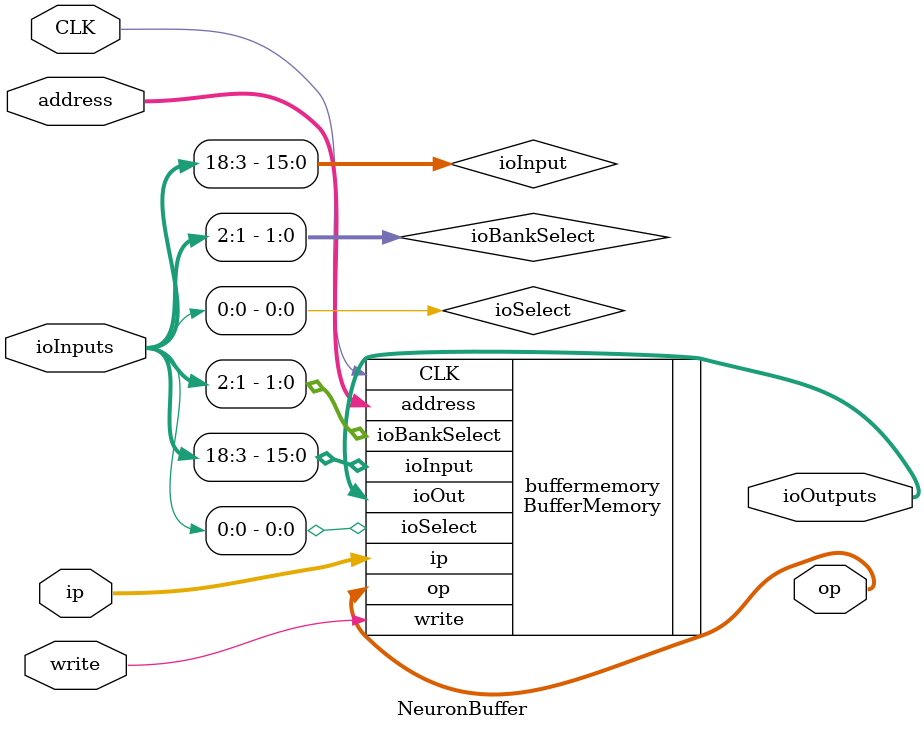
<source format=v>
`timescale 1ns / 1ps
/*
 * Module for Neuron Buffer
 * a wrapper on BufferMemory
 * 
 */
/*
 * Parameters
 *  depth = log(size of convolutional unit)
 *  A = address length for the SRAM
 *  W = Data width
 *
 * 
 */
module NeuronBuffer #(parameter
        depth = 2,
        A = 7, // Address width
        D = (1<<depth), // size of Convolutional Unit
        W = 16
    )(
        input wire [W*D-1:0] ip,
        output wire [W*D-1:0] op,
        input wire write,
        input wire [A-1:0] address,

        input wire [W-1+depth+1 :0] ioInputs,
        output wire [W-1:0] ioOutputs,
        input wire CLK
    );
    
    wire ioSelect;
    wire [depth-1:0] ioBankSelect;
    wire [W-1:0] ioInput;
        assign {ioInput,ioBankSelect,ioSelect} = ioInputs;

    BufferMemory #(.depth(depth),.A(A),.W(W))  buffermemory(
        .ip(ip),
        .op(op),
        .address(address),
        .ioSelect(ioSelect),
        .write(write),
        .ioBankSelect(ioBankSelect),
        .ioInput(ioInput),
        .ioOut(ioOutputs),
        .CLK(CLK)
    );
endmodule

</source>
